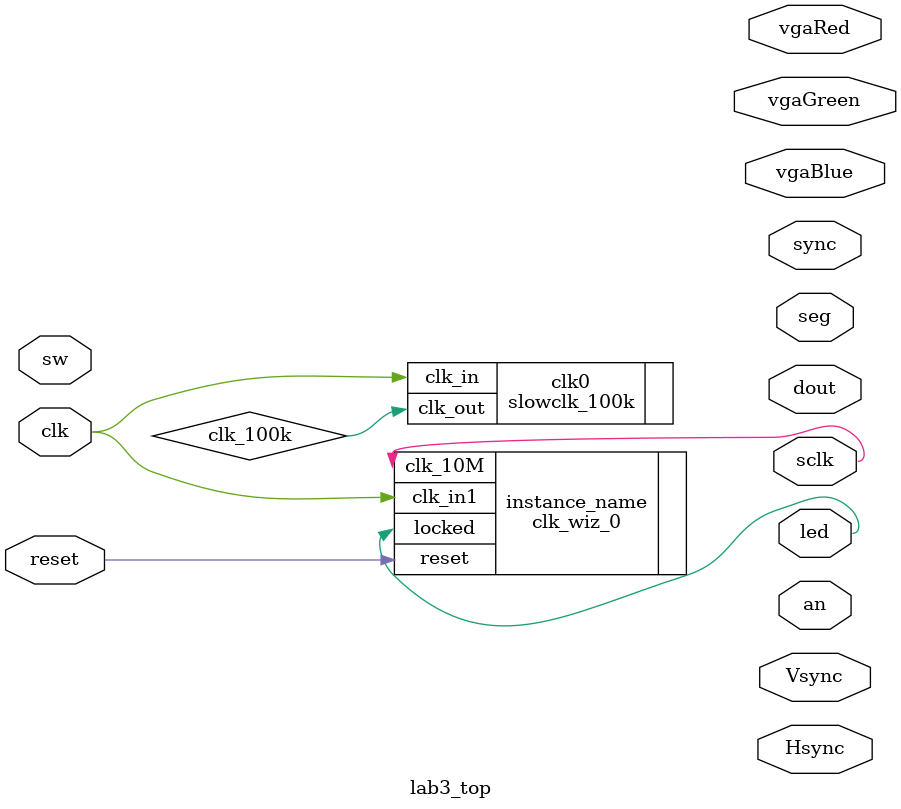
<source format=v>
`timescale 1ns / 1ps


module lab3_top(
    input clk,
    input reset,
    input [7:0] sw,
    output [15:0]dout,
    output sclk,
    output sync,
    output led,
    output [6:0] seg,
    output [3:0] an,
    output Hsync,
    output Vsync,
    output [3:0] vgaRed,
    output [3:0] vgaGreen,
    output [3:0] vgaBlue
    );
    
    clk_wiz_0 instance_name(
    // Clock out ports
    .clk_10M(sclk),     // output clk_10M
    // Status and control signals
    .reset(reset), // input reset
    .locked(led),       // output locked
   // Clock in ports
    .clk_in1(clk));      // input clk_in1
    
    wire clk_100k;
    slowclk_100k clk0(.clk_in(clk),.clk_out(clk_100k));
    
endmodule

</source>
